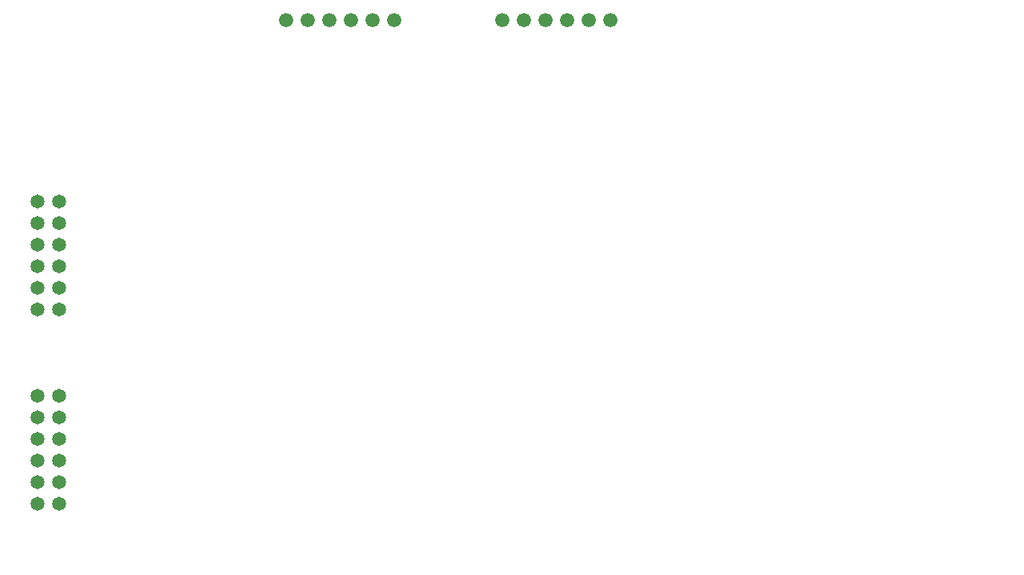
<source format=gts>
G04 Layer_Color=8388736*
%FSLAX24Y24*%
%MOIN*%
G70*
G01*
G75*
%ADD49C,0.0651*%
%ADD50C,0.0030*%
%ADD51C,0.0660*%
D49*
X2500Y8600D02*
D03*
X2500Y7600D02*
D03*
X2500Y6600D02*
D03*
X2500Y3600D02*
D03*
X2500Y4600D02*
D03*
X2500Y5600D02*
D03*
X1500Y5600D02*
D03*
X1500Y4600D02*
D03*
X1500Y3600D02*
D03*
X1500Y6600D02*
D03*
X1500Y7600D02*
D03*
X1500Y8600D02*
D03*
X2500Y17600D02*
D03*
X2500Y16600D02*
D03*
X2500Y15600D02*
D03*
X2500Y12600D02*
D03*
X2500Y13600D02*
D03*
X2500Y14600D02*
D03*
X1500Y14600D02*
D03*
X1500Y13600D02*
D03*
X1500Y12600D02*
D03*
X1500Y15600D02*
D03*
X1500Y16600D02*
D03*
X1500Y17600D02*
D03*
D50*
X1000Y26010D02*
D03*
X46000Y26000D02*
D03*
X920Y960D02*
D03*
X46000Y1000D02*
D03*
D51*
X28000Y26000D02*
D03*
X27000Y26000D02*
D03*
X26000Y26000D02*
D03*
X25000Y26000D02*
D03*
X24000Y26000D02*
D03*
X23000Y26000D02*
D03*
X18000Y26000D02*
D03*
X17000Y26000D02*
D03*
X16000Y26000D02*
D03*
X15000Y26000D02*
D03*
X14000Y26000D02*
D03*
X13000Y26000D02*
D03*
M02*

</source>
